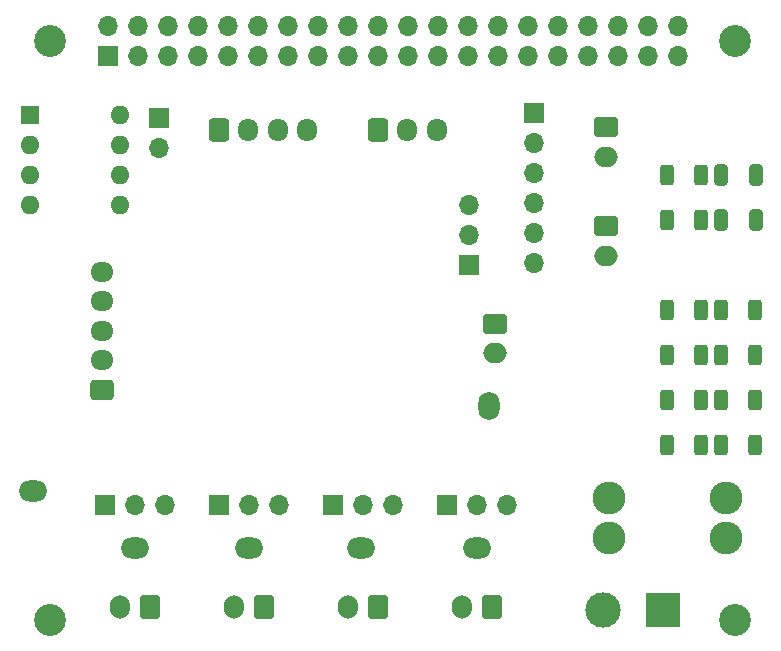
<source format=gts>
G04 #@! TF.GenerationSoftware,KiCad,Pcbnew,(7.0.0-0)*
G04 #@! TF.CreationDate,2023-03-15T19:35:01+00:00*
G04 #@! TF.ProjectId,Klipper Expander Hat,4b6c6970-7065-4722-9045-7870616e6465,rev?*
G04 #@! TF.SameCoordinates,Original*
G04 #@! TF.FileFunction,Soldermask,Top*
G04 #@! TF.FilePolarity,Negative*
%FSLAX46Y46*%
G04 Gerber Fmt 4.6, Leading zero omitted, Abs format (unit mm)*
G04 Created by KiCad (PCBNEW (7.0.0-0)) date 2023-03-15 19:35:01*
%MOMM*%
%LPD*%
G01*
G04 APERTURE LIST*
G04 Aperture macros list*
%AMRoundRect*
0 Rectangle with rounded corners*
0 $1 Rounding radius*
0 $2 $3 $4 $5 $6 $7 $8 $9 X,Y pos of 4 corners*
0 Add a 4 corners polygon primitive as box body*
4,1,4,$2,$3,$4,$5,$6,$7,$8,$9,$2,$3,0*
0 Add four circle primitives for the rounded corners*
1,1,$1+$1,$2,$3*
1,1,$1+$1,$4,$5*
1,1,$1+$1,$6,$7*
1,1,$1+$1,$8,$9*
0 Add four rect primitives between the rounded corners*
20,1,$1+$1,$2,$3,$4,$5,0*
20,1,$1+$1,$4,$5,$6,$7,0*
20,1,$1+$1,$6,$7,$8,$9,0*
20,1,$1+$1,$8,$9,$2,$3,0*%
G04 Aperture macros list end*
%ADD10RoundRect,0.250000X0.600000X0.750000X-0.600000X0.750000X-0.600000X-0.750000X0.600000X-0.750000X0*%
%ADD11O,1.700000X2.000000*%
%ADD12RoundRect,0.250000X0.312500X0.625000X-0.312500X0.625000X-0.312500X-0.625000X0.312500X-0.625000X0*%
%ADD13C,2.780000*%
%ADD14RoundRect,0.250000X0.725000X-0.600000X0.725000X0.600000X-0.725000X0.600000X-0.725000X-0.600000X0*%
%ADD15O,1.950000X1.700000*%
%ADD16C,2.700000*%
%ADD17RoundRect,0.250000X-0.750000X0.600000X-0.750000X-0.600000X0.750000X-0.600000X0.750000X0.600000X0*%
%ADD18O,2.000000X1.700000*%
%ADD19R,1.700000X1.700000*%
%ADD20O,1.700000X1.700000*%
%ADD21RoundRect,0.250000X-0.600000X-0.725000X0.600000X-0.725000X0.600000X0.725000X-0.600000X0.725000X0*%
%ADD22O,1.700000X1.950000*%
%ADD23RoundRect,0.250000X0.325000X0.650000X-0.325000X0.650000X-0.325000X-0.650000X0.325000X-0.650000X0*%
%ADD24R,1.600000X1.600000*%
%ADD25O,1.600000X1.600000*%
%ADD26R,3.000000X3.000000*%
%ADD27C,3.000000*%
%ADD28O,2.400000X1.800000*%
%ADD29O,1.800000X2.400000*%
G04 APERTURE END LIST*
D10*
X111918000Y-95445000D03*
D11*
X109417999Y-95444999D03*
D12*
X163184500Y-81712000D03*
X160259500Y-81712000D03*
D13*
X150800000Y-86186000D03*
X150800000Y-89586000D03*
X160720000Y-86186000D03*
X160720000Y-89586000D03*
D14*
X107857000Y-77060000D03*
D15*
X107856999Y-74559999D03*
X107856999Y-72059999D03*
X107856999Y-69559999D03*
X107856999Y-67059999D03*
D16*
X161500000Y-47500000D03*
D17*
X150563000Y-63210000D03*
D18*
X150562999Y-65709999D03*
D12*
X158612500Y-77902000D03*
X155687500Y-77902000D03*
D19*
X127431999Y-86791999D03*
D20*
X129971999Y-86791999D03*
X132511999Y-86791999D03*
D21*
X117780000Y-55042000D03*
D22*
X120279999Y-55041999D03*
X122779999Y-55041999D03*
X125279999Y-55041999D03*
D12*
X163184500Y-70282000D03*
X160259500Y-70282000D03*
X163184500Y-74092000D03*
X160259500Y-74092000D03*
D19*
X138988999Y-66471999D03*
D20*
X138988999Y-63931999D03*
X138988999Y-61391999D03*
D19*
X112699999Y-54025999D03*
D20*
X112699999Y-56565999D03*
D17*
X141165000Y-71445000D03*
D18*
X141164999Y-73944999D03*
D19*
X117779999Y-86791999D03*
D20*
X120319999Y-86791999D03*
X122859999Y-86791999D03*
D23*
X163247800Y-58852000D03*
X160297800Y-58852000D03*
D12*
X158612500Y-58852000D03*
X155687500Y-58852000D03*
D17*
X150546000Y-54802600D03*
D18*
X150545999Y-57302599D03*
D16*
X103500000Y-96500000D03*
D12*
X158612500Y-62662000D03*
X155687500Y-62662000D03*
D16*
X103500000Y-47500000D03*
D19*
X108142999Y-86791999D03*
D20*
X110682999Y-86791999D03*
X113222999Y-86791999D03*
D23*
X163224200Y-62662000D03*
X160274200Y-62662000D03*
D21*
X131242000Y-55042000D03*
D22*
X133741999Y-55041999D03*
X136241999Y-55041999D03*
D24*
X101787999Y-53781999D03*
D25*
X101787999Y-56321999D03*
X101787999Y-58861999D03*
X101787999Y-61401999D03*
X109407999Y-61401999D03*
X109407999Y-58861999D03*
X109407999Y-56321999D03*
X109407999Y-53781999D03*
D16*
X161500000Y-96500000D03*
D12*
X163184500Y-77902000D03*
X160259500Y-77902000D03*
D19*
X137083999Y-86791999D03*
D20*
X139623999Y-86791999D03*
X142163999Y-86791999D03*
D10*
X121570000Y-95445000D03*
D11*
X119069999Y-95444999D03*
D19*
X144449999Y-53644999D03*
D20*
X144449999Y-56184999D03*
X144449999Y-58724999D03*
X144449999Y-61264999D03*
X144449999Y-63804999D03*
X144449999Y-66344999D03*
D10*
X131222000Y-95445000D03*
D11*
X128721999Y-95444999D03*
D12*
X158612500Y-70282000D03*
X155687500Y-70282000D03*
X158612500Y-74092000D03*
X155687500Y-74092000D03*
D26*
X155371999Y-95681999D03*
D27*
X150292000Y-95682000D03*
D12*
X158612500Y-81712000D03*
X155687500Y-81712000D03*
D10*
X140874000Y-95445000D03*
D11*
X138373999Y-95444999D03*
D19*
X108369999Y-48769999D03*
D20*
X108369999Y-46229999D03*
X110909999Y-48769999D03*
X110909999Y-46229999D03*
X113449999Y-48769999D03*
X113449999Y-46229999D03*
X115989999Y-48769999D03*
X115989999Y-46229999D03*
X118529999Y-48769999D03*
X118529999Y-46229999D03*
X121069999Y-48769999D03*
X121069999Y-46229999D03*
X123609999Y-48769999D03*
X123609999Y-46229999D03*
X126149999Y-48769999D03*
X126149999Y-46229999D03*
X128689999Y-48769999D03*
X128689999Y-46229999D03*
X131229999Y-48769999D03*
X131229999Y-46229999D03*
X133769999Y-48769999D03*
X133769999Y-46229999D03*
X136309999Y-48769999D03*
X136309999Y-46229999D03*
X138849999Y-48769999D03*
X138849999Y-46229999D03*
X141389999Y-48769999D03*
X141389999Y-46229999D03*
X143929999Y-48769999D03*
X143929999Y-46229999D03*
X146469999Y-48769999D03*
X146469999Y-46229999D03*
X149009999Y-48769999D03*
X149009999Y-46229999D03*
X151549999Y-48769999D03*
X151549999Y-46229999D03*
X154089999Y-48769999D03*
X154089999Y-46229999D03*
X156629999Y-48769999D03*
X156629999Y-46229999D03*
D28*
X110667999Y-90474999D03*
X139623999Y-90474999D03*
X102031999Y-85648999D03*
X120319999Y-90474999D03*
D29*
X140639999Y-78409999D03*
D28*
X129844999Y-90474999D03*
M02*

</source>
